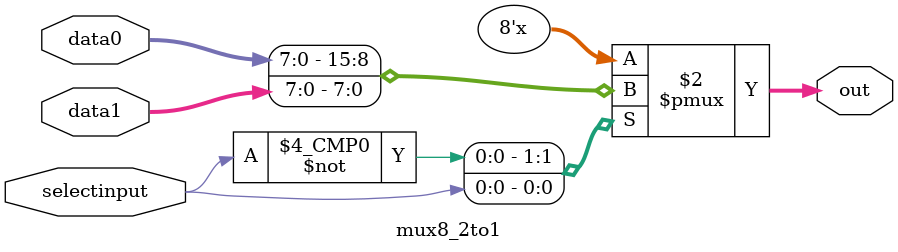
<source format=v>

module mux8_2to1(data0,data1,selectinput,out);
input [7:0] data0,data1;
input selectinput;
output reg [7:0] out;

always @(*)
begin
case (selectinput)
	0:
	out = data0;
	1:
	out = data1;
	default:
	out = data0;
endcase
end
endmodule

</source>
